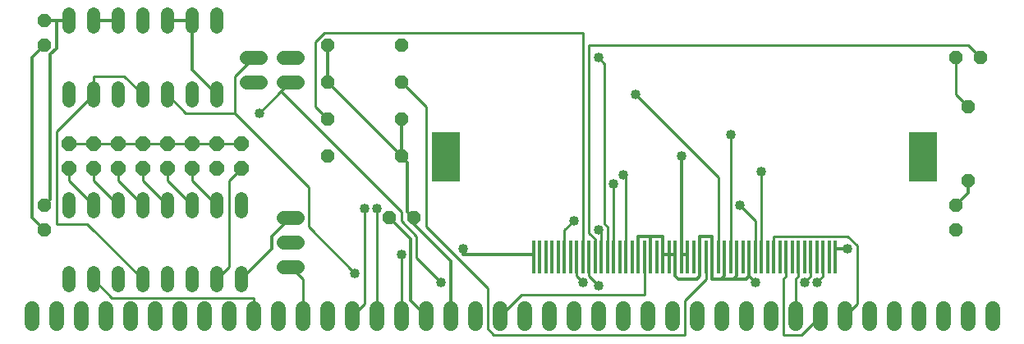
<source format=gtl>
G75*
%MOIN*%
%OFA0B0*%
%FSLAX24Y24*%
%IPPOS*%
%LPD*%
%AMOC8*
5,1,8,0,0,1.08239X$1,22.5*
%
%ADD10C,0.0600*%
%ADD11OC8,0.0520*%
%ADD12C,0.0520*%
%ADD13OC8,0.0600*%
%ADD14C,0.0560*%
%ADD15R,0.0157X0.1378*%
%ADD16R,0.1125X0.2000*%
%ADD17C,0.0100*%
%ADD18C,0.0400*%
%ADD19C,0.0120*%
D10*
X000680Y000880D02*
X000680Y001480D01*
X001680Y001480D02*
X001680Y000880D01*
X002680Y000880D02*
X002680Y001480D01*
X003680Y001480D02*
X003680Y000880D01*
X004680Y000880D02*
X004680Y001480D01*
X005680Y001480D02*
X005680Y000880D01*
X006680Y000880D02*
X006680Y001480D01*
X007680Y001480D02*
X007680Y000880D01*
X008680Y000880D02*
X008680Y001480D01*
X009680Y001480D02*
X009680Y000880D01*
X010680Y000880D02*
X010680Y001480D01*
X011680Y001480D02*
X011680Y000880D01*
X012680Y000880D02*
X012680Y001480D01*
X013680Y001480D02*
X013680Y000880D01*
X014680Y000880D02*
X014680Y001480D01*
X015680Y001480D02*
X015680Y000880D01*
X016680Y000880D02*
X016680Y001480D01*
X017680Y001480D02*
X017680Y000880D01*
X018680Y000880D02*
X018680Y001480D01*
X019680Y001480D02*
X019680Y000880D01*
X020680Y000880D02*
X020680Y001480D01*
X021680Y001480D02*
X021680Y000880D01*
X022680Y000880D02*
X022680Y001480D01*
X023680Y001480D02*
X023680Y000880D01*
X024680Y000880D02*
X024680Y001480D01*
X025680Y001480D02*
X025680Y000880D01*
X026680Y000880D02*
X026680Y001480D01*
X027680Y001480D02*
X027680Y000880D01*
X028680Y000880D02*
X028680Y001480D01*
X029680Y001480D02*
X029680Y000880D01*
X030680Y000880D02*
X030680Y001480D01*
X031680Y001480D02*
X031680Y000880D01*
X032680Y000880D02*
X032680Y001480D01*
X033680Y001480D02*
X033680Y000880D01*
X034680Y000880D02*
X034680Y001480D01*
X035680Y001480D02*
X035680Y000880D01*
X036680Y000880D02*
X036680Y001480D01*
X037680Y001480D02*
X037680Y000880D01*
X038680Y000880D02*
X038680Y001480D01*
X039680Y001480D02*
X039680Y000880D01*
D11*
X038180Y004680D03*
X038180Y005680D03*
X038680Y006680D03*
X038680Y009680D03*
X038180Y011680D03*
X039180Y011680D03*
X016180Y005180D03*
X015180Y005180D03*
X015680Y007680D03*
X012680Y007680D03*
X012680Y009180D03*
X015680Y009180D03*
X015680Y010680D03*
X012680Y010680D03*
X012680Y012180D03*
X015680Y012180D03*
X001180Y012180D03*
X001180Y013180D03*
X001180Y005680D03*
X001180Y004680D03*
D12*
X002180Y005420D02*
X002180Y005940D01*
X003180Y005940D02*
X003180Y005420D01*
X004180Y005420D02*
X004180Y005940D01*
X005180Y005940D02*
X005180Y005420D01*
X006180Y005420D02*
X006180Y005940D01*
X007180Y005940D02*
X007180Y005420D01*
X008180Y005420D02*
X008180Y005940D01*
X009180Y005940D02*
X009180Y005420D01*
X009180Y002940D02*
X009180Y002420D01*
X008180Y002420D02*
X008180Y002940D01*
X007180Y002940D02*
X007180Y002420D01*
X006180Y002420D02*
X006180Y002940D01*
X005180Y002940D02*
X005180Y002420D01*
X004180Y002420D02*
X004180Y002940D01*
X003180Y002940D02*
X003180Y002420D01*
X002180Y002420D02*
X002180Y002940D01*
X002180Y009920D02*
X002180Y010440D01*
X003180Y010440D02*
X003180Y009920D01*
X004180Y009920D02*
X004180Y010440D01*
X005180Y010440D02*
X005180Y009920D01*
X006180Y009920D02*
X006180Y010440D01*
X007180Y010440D02*
X007180Y009920D01*
X008180Y009920D02*
X008180Y010440D01*
X008180Y012920D02*
X008180Y013440D01*
X007180Y013440D02*
X007180Y012920D01*
X006180Y012920D02*
X006180Y013440D01*
X005180Y013440D02*
X005180Y012920D01*
X004180Y012920D02*
X004180Y013440D01*
X003180Y013440D02*
X003180Y012920D01*
X002180Y012920D02*
X002180Y013440D01*
D13*
X002180Y008180D03*
X003180Y008180D03*
X004180Y008180D03*
X005180Y008180D03*
X006180Y008180D03*
X007180Y008180D03*
X008180Y008180D03*
X009180Y008180D03*
X009180Y007180D03*
X008180Y007180D03*
X007180Y007180D03*
X006180Y007180D03*
X005180Y007180D03*
X004180Y007180D03*
X003180Y007180D03*
X002180Y007180D03*
D14*
X010900Y005180D02*
X011460Y005180D01*
X011460Y004180D02*
X010900Y004180D01*
X010900Y003180D02*
X011460Y003180D01*
X011460Y010680D02*
X010900Y010680D01*
X009960Y010680D02*
X009400Y010680D01*
X009400Y011680D02*
X009960Y011680D01*
X010900Y011680D02*
X011460Y011680D01*
D15*
X021055Y003574D03*
X021305Y003574D03*
X021555Y003574D03*
X021805Y003574D03*
X022055Y003574D03*
X022305Y003574D03*
X022555Y003574D03*
X022805Y003574D03*
X023055Y003574D03*
X023305Y003574D03*
X023555Y003574D03*
X023805Y003574D03*
X024055Y003574D03*
X024305Y003574D03*
X024555Y003574D03*
X024805Y003574D03*
X025055Y003574D03*
X025305Y003574D03*
X025555Y003574D03*
X025805Y003574D03*
X026055Y003574D03*
X026305Y003574D03*
X026555Y003574D03*
X026805Y003574D03*
X027055Y003574D03*
X027305Y003574D03*
X027555Y003574D03*
X027805Y003574D03*
X028055Y003574D03*
X028305Y003574D03*
X028555Y003574D03*
X028805Y003574D03*
X029055Y003574D03*
X029305Y003574D03*
X029555Y003574D03*
X029805Y003574D03*
X030055Y003574D03*
X030305Y003574D03*
X030555Y003574D03*
X030805Y003574D03*
X031055Y003574D03*
X031305Y003574D03*
X031555Y003574D03*
X031805Y003574D03*
X032055Y003574D03*
X032305Y003574D03*
X032555Y003574D03*
X032805Y003574D03*
X033055Y003574D03*
X033305Y003574D03*
D16*
X036868Y007643D03*
X017493Y007652D03*
D17*
X012680Y009180D02*
X012180Y009680D01*
X012180Y012305D01*
X012555Y012680D01*
X023055Y012680D01*
X023055Y003574D01*
X022805Y003574D02*
X022805Y002805D01*
X023055Y002555D01*
X023305Y002805D02*
X023680Y002430D01*
X023305Y002805D02*
X023305Y003574D01*
X023555Y003574D02*
X023555Y004305D01*
X023305Y004555D01*
X023305Y012180D01*
X038680Y012180D01*
X039180Y011680D01*
X038180Y011680D02*
X038180Y010180D01*
X038680Y009680D01*
X030305Y007055D02*
X030305Y003574D01*
X030055Y003574D02*
X030055Y005055D01*
X029430Y005680D01*
X028555Y006805D02*
X025180Y010180D01*
X023930Y011430D02*
X023930Y004930D01*
X024055Y004805D01*
X024055Y003574D01*
X023805Y003574D02*
X023805Y004555D01*
X023680Y004680D01*
X022680Y005055D02*
X022305Y004680D01*
X022305Y003574D01*
X024305Y003574D02*
X024305Y006555D01*
X024680Y006930D02*
X024805Y006805D01*
X024805Y003574D01*
X025555Y003574D02*
X025555Y002055D01*
X020555Y002055D01*
X019680Y001180D01*
X019180Y000680D02*
X019430Y000430D01*
X027180Y000430D01*
X027180Y001805D01*
X028055Y002680D01*
X028055Y003574D01*
X028555Y003574D02*
X028555Y006805D01*
X029055Y008555D02*
X029055Y003574D01*
X030805Y003574D02*
X030805Y004430D01*
X033805Y004430D01*
X034180Y004055D01*
X034180Y001680D01*
X033680Y001180D01*
X032680Y001180D02*
X031930Y000430D01*
X031180Y000430D01*
X031180Y002680D01*
X031305Y002805D01*
X031305Y003574D01*
X031805Y003574D02*
X031805Y002805D01*
X031680Y002680D01*
X031680Y001180D01*
X032055Y002555D02*
X032305Y002805D01*
X032305Y003574D01*
X032805Y003574D02*
X032805Y002805D01*
X032555Y002555D01*
X019180Y002305D02*
X019180Y000680D01*
X015680Y001180D02*
X015680Y003680D01*
X016305Y003555D02*
X016305Y004430D01*
X015680Y005055D01*
X015680Y005430D01*
X010805Y010305D01*
X009930Y009430D01*
X008930Y009430D02*
X011930Y006430D01*
X011930Y004805D01*
X013805Y002930D01*
X011680Y002680D02*
X011680Y001180D01*
X009680Y001180D02*
X009680Y001930D01*
X003930Y001930D01*
X003180Y002680D01*
X005180Y002680D02*
X002930Y004930D01*
X001680Y004930D01*
X001680Y008680D01*
X003180Y010180D01*
X003180Y010930D01*
X004430Y010930D01*
X005180Y010180D01*
X006180Y010180D02*
X006930Y009430D01*
X008930Y009430D01*
X008930Y010930D01*
X009680Y011680D01*
X010805Y010305D02*
X011180Y010680D01*
X015680Y010680D02*
X016680Y009680D01*
X016680Y004805D01*
X019180Y002305D01*
X017305Y002555D02*
X016305Y003555D01*
X011680Y002680D02*
X011180Y003180D01*
X008680Y003180D02*
X008680Y006680D01*
X009180Y007180D01*
X008180Y005680D02*
X007180Y006680D01*
X007180Y007180D01*
X006180Y007180D02*
X006180Y006680D01*
X007180Y005680D01*
X006180Y005680D02*
X005180Y006680D01*
X005180Y007180D01*
X004180Y007180D02*
X004180Y006680D01*
X005180Y005680D01*
X004180Y005680D02*
X003180Y006680D01*
X003180Y007180D01*
X002180Y007180D02*
X002180Y006680D01*
X003180Y005680D01*
X003180Y008180D02*
X002180Y008180D01*
X003180Y008180D02*
X004180Y008180D01*
X005180Y008180D01*
X006180Y008180D01*
X007180Y008180D01*
X008180Y008180D01*
X009180Y008180D01*
X014180Y005555D02*
X014180Y001680D01*
X013680Y001180D01*
X014680Y001180D02*
X014680Y005555D01*
X008680Y003180D02*
X008180Y002680D01*
X023680Y011680D02*
X023930Y011430D01*
D18*
X023680Y011680D03*
X025180Y010180D03*
X029055Y008555D03*
X027055Y007680D03*
X024680Y006930D03*
X024305Y006555D03*
X022680Y005055D03*
X023680Y004680D03*
X018180Y003930D03*
X015680Y003680D03*
X013805Y002930D03*
X017305Y002555D03*
X023055Y002555D03*
X023680Y002430D03*
X030055Y002555D03*
X032055Y002555D03*
X032555Y002555D03*
X033805Y003930D03*
X029430Y005680D03*
X030305Y007055D03*
X014680Y005555D03*
X014180Y005555D03*
X009930Y009430D03*
D19*
X008180Y010180D02*
X007180Y011180D01*
X007180Y013180D01*
X006180Y013180D01*
X004180Y013180D02*
X003180Y013180D01*
X002180Y013180D02*
X001680Y013180D01*
X001680Y012055D01*
X001430Y011805D01*
X001430Y005930D01*
X001180Y005680D01*
X000680Y005180D02*
X000680Y011680D01*
X001180Y012180D01*
X001180Y013180D02*
X001680Y013180D01*
X012680Y012180D02*
X012680Y010680D01*
X015680Y007680D01*
X015930Y007430D01*
X015930Y005430D01*
X016180Y005180D01*
X016180Y004930D01*
X017680Y003430D01*
X017680Y001180D01*
X016680Y001180D02*
X016055Y001805D01*
X016055Y004305D01*
X015180Y005180D01*
X018180Y003930D02*
X018180Y003680D01*
X021055Y003680D01*
X021055Y003574D01*
X025305Y003574D02*
X025305Y004430D01*
X025805Y004430D01*
X026305Y004430D01*
X026305Y003680D01*
X026305Y003574D01*
X026305Y003680D02*
X026555Y003680D01*
X026555Y003574D01*
X026555Y003680D02*
X026805Y003680D01*
X026805Y003574D01*
X026805Y002805D01*
X026930Y002680D01*
X027680Y002680D01*
X027805Y002805D01*
X027805Y003574D01*
X027805Y004430D01*
X028305Y004430D01*
X028305Y003574D01*
X028305Y002680D01*
X028680Y002680D01*
X029180Y002680D01*
X029680Y002680D01*
X029805Y002805D01*
X030055Y002555D01*
X029805Y002805D02*
X029805Y003574D01*
X029305Y003574D02*
X029305Y002805D01*
X029180Y002680D01*
X028805Y002805D02*
X028680Y002680D01*
X028805Y002805D02*
X028805Y003574D01*
X027305Y003574D02*
X027305Y003680D01*
X027055Y003680D01*
X027055Y003574D01*
X027055Y003680D02*
X027055Y007680D01*
X025805Y004430D02*
X025805Y003574D01*
X033305Y003574D02*
X033305Y003930D01*
X033805Y003930D01*
X038180Y005680D02*
X038680Y006180D01*
X038680Y006680D01*
X015680Y007680D02*
X015680Y009180D01*
X011180Y005180D02*
X010430Y004430D01*
X010430Y003930D01*
X009180Y002680D01*
X001180Y004680D02*
X000680Y005180D01*
M02*

</source>
